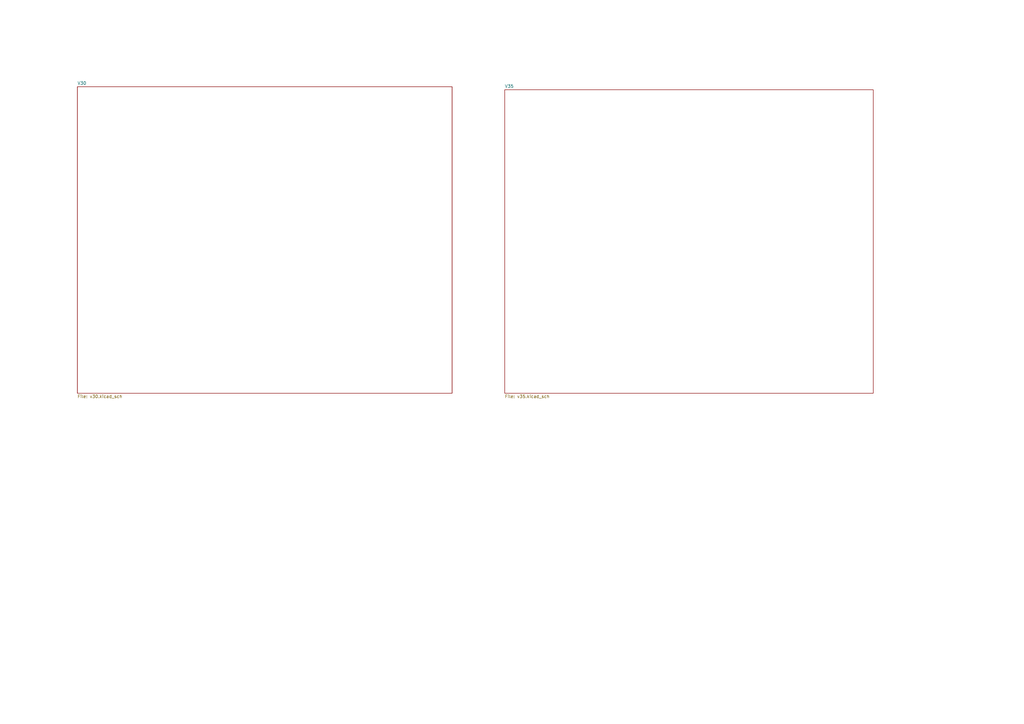
<source format=kicad_sch>
(kicad_sch
	(version 20231120)
	(generator "eeschema")
	(generator_version "8.0")
	(uuid "ddde7423-f6ec-43a3-9d7f-3b7e70f4bb41")
	(paper "A3")
	(lib_symbols)
	(sheet
		(at 31.75 35.56)
		(size 153.67 125.73)
		(fields_autoplaced yes)
		(stroke
			(width 0.1524)
			(type solid)
		)
		(fill
			(color 0 0 0 0.0000)
		)
		(uuid "3b286c9a-9872-4946-88af-68c784bc6794")
		(property "Sheetname" "V30"
			(at 31.75 34.8484 0)
			(effects
				(font
					(size 1.27 1.27)
				)
				(justify left bottom)
			)
		)
		(property "Sheetfile" "v30.kicad_sch"
			(at 31.75 161.8746 0)
			(effects
				(font
					(size 1.27 1.27)
				)
				(justify left top)
			)
		)
		(instances
			(project "NEC-DE10"
				(path "/ddde7423-f6ec-43a3-9d7f-3b7e70f4bb41"
					(page "2")
				)
			)
		)
	)
	(sheet
		(at 207.01 36.83)
		(size 151.13 124.46)
		(fields_autoplaced yes)
		(stroke
			(width 0.1524)
			(type solid)
		)
		(fill
			(color 0 0 0 0.0000)
		)
		(uuid "ccac01a1-2c43-4218-b3e2-3fa27929b8d3")
		(property "Sheetname" "V35"
			(at 207.01 36.1184 0)
			(effects
				(font
					(size 1.27 1.27)
				)
				(justify left bottom)
			)
		)
		(property "Sheetfile" "v35.kicad_sch"
			(at 207.01 161.8746 0)
			(effects
				(font
					(size 1.27 1.27)
				)
				(justify left top)
			)
		)
		(instances
			(project "NEC-DE10"
				(path "/ddde7423-f6ec-43a3-9d7f-3b7e70f4bb41"
					(page "3")
				)
			)
		)
	)
	(sheet_instances
		(path "/"
			(page "1")
		)
	)
)

</source>
